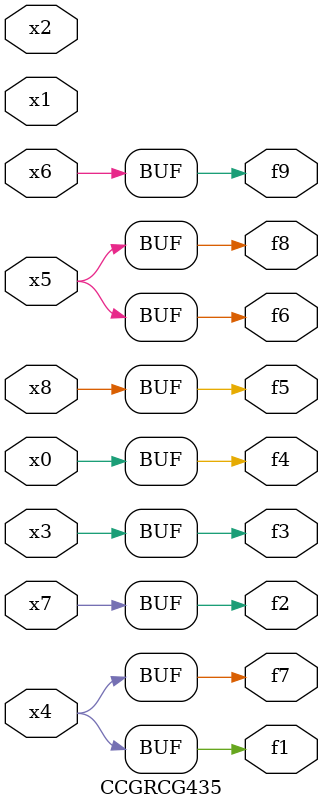
<source format=v>
module CCGRCG435(
	input x0, x1, x2, x3, x4, x5, x6, x7, x8,
	output f1, f2, f3, f4, f5, f6, f7, f8, f9
);
	assign f1 = x4;
	assign f2 = x7;
	assign f3 = x3;
	assign f4 = x0;
	assign f5 = x8;
	assign f6 = x5;
	assign f7 = x4;
	assign f8 = x5;
	assign f9 = x6;
endmodule

</source>
